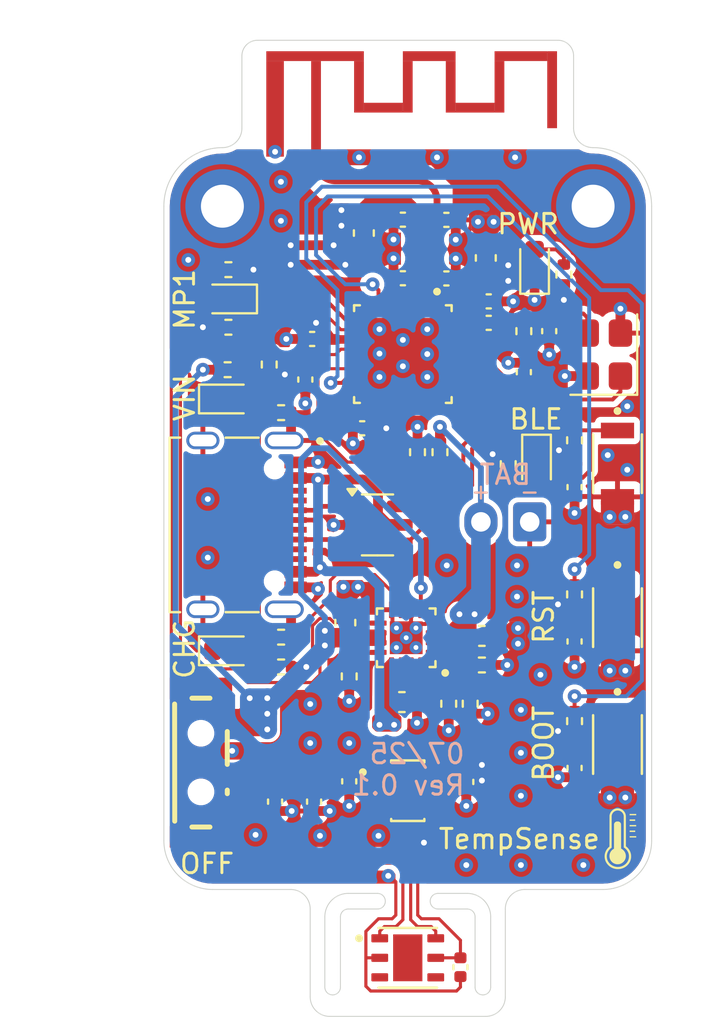
<source format=kicad_pcb>
(kicad_pcb (version 20241229) (generator "pcbnew") (generator_version "9.0")
  (layers (0 "F.Cu" signal) (4 "In1.Cu" signal) (6 "In2.Cu" signal) (2 "B.Cu" signal) (13 "F.Paste" user) (15 "B.Paste" user) (5 "F.SilkS" user "F.Silkscreen") (7 "B.SilkS" user "B.Silkscreen") (1 "F.Mask" user) (3 "B.Mask" user) (25 "Edge.Cuts" user))
  (net 0 "")
  (net 1 "GND")
  (net 2 "VBAT")
  (net 3 "+3V3")
  (net 4 "/XTAL_IN")
  (net 5 "/MCU_LNA_IN")
  (net 6 "+3V3_RF")
  (net 7 "/BATT_VOLTAGE_ADC")
  (net 8 "/SWITCH_BOOT")
  (net 9 "/SWITCH_RST")
  (net 10 "/SWITCH_BLE")
  (net 11 "VBUS")
  (net 12 "VSYS")
  (net 13 "VSYS_SW")
  (net 14 "/VSYS_FILT")
  (net 15 "/BQ_NCHG")
  (net 16 "/BQ_NPGOOD")
  (net 17 "/LED_MP1")
  (net 18 "/LED_BLE")
  (net 19 "/USB_CC2")
  (net 20 "/USB_D+")
  (net 21 "/USB_CC1")
  (net 24 "/USB_D-")
  (net 25 "/MCU_XTAL_P")
  (net 26 "/MCU_I2C_SCL")
  (net 27 "/MCU_I2C_SDA")
  (net 28 "/BQ_TS")
  (net 29 "/BQ_ILIM")
  (net 30 "/BQ_ISET")
  (net 31 "/BQ_ITERM")
  (net 39 "/MCU_D-")
  (net 48 "/MCU_D+")
  (net 54 "/CHG_LED_ANODE")
  (net 55 "/PWR_INPUT_LED_ANODE")
  (net 58 "/ANT_FEED_PORT")
  (net 59 "/MCU_XTAL_N")
  (net 60 "/PWR_LED_ANODE")
  (net 61 "/MP1_LED_ANODE")
  (net 62 "/BLE_LED_ANODE")
  (footprint "TempSense:HDC1080DMBR" (layer "F.Cu") (at 76 93.5)
    (property "Reference" "U2" (hide yes))
    (property "Value" "HDC1080DMBR")
  )
  (footprint "LED_SMD:LED_0603_1608Metric" (layer "F.Cu") (at 82.5 58 90)
    (property "Reference" "D1" (hide yes))
    (property "Value" "PWR_LED[G]")
  )
  (footprint "TempSense:AP2112K-3.3TRG1" (layer "F.Cu") (at 76 84.94)
    (property "Reference" "U4" (hide yes))
    (property "Value" "AP2112K-3.3TRG1")
  )
  (footprint "Capacitor_SMD:C_0402_1005Metric" (layer "F.Cu") (at 77.98 55.7)
    (property "Reference" "C8" (hide yes))
    (property "Value" "3p3")
  )
  (footprint "Capacitor_SMD:C_0402_1005Metric" (layer "F.Cu") (at 79 84.49 -90)
    (property "Reference" "C24" (hide yes))
    (property "Value" "1u")
  )
  (footprint "TempSense:SW_B3U-1000P" (layer "F.Cu") (at 86.75 68.19 -90)
    (property "Reference" "SW4" (hide yes))
    (property "Value" "B3U-1000P")
  )
  (footprint "Capacitor_SMD:C_0402_1005Metric" (layer "F.Cu") (at 69.2 85.5 -90)
    (property "Reference" "C21" (hide yes))
    (property "Value" "100n")
  )
  (footprint "Inductor_SMD:L_0402_1005Metric" (layer "F.Cu") (at 77.5 57.2 -90)
    (property "Reference" "L1" (hide yes))
    (property "Value" "2n2")
  )
  (footprint "Capacitor_SMD:C_0402_1005Metric" (layer "F.Cu") (at 80.15 60.975)
    (property "Reference" "C4" (hide yes))
    (property "Value" "100n")
  )
  (footprint "Resistor_SMD:R_0402_1005Metric" (layer "F.Cu") (at 66.8075 58.25 180)
    (property "Reference" "R9" (hide yes))
    (property "Value" "10k")
  )
  (footprint "Capacitor_SMD:C_0402_1005Metric" (layer "F.Cu") (at 84.55 77.295 -90)
    (property "Reference" "C16" (hide yes))
    (property "Value" "100n")
  )
  (footprint "Resistor_SMD:R_0402_1005Metric" (layer "F.Cu") (at 69.51 65.575 180)
    (property "Reference" "R11" (hide yes))
    (property "Value" "5k1")
  )
  (footprint "Capacitor_SMD:C_0402_1005Metric" (layer "F.Cu") (at 80.15 59.875)
    (property "Reference" "C5" (hide yes))
    (property "Value" "100n")
  )
  (footprint "Capacitor_SMD:C_0603_1608Metric" (layer "F.Cu") (at 73.75 56.375 -90)
    (property "Reference" "C12" (hide yes))
    (property "Value" "10u")
  )
  (footprint "Resistor_SMD:R_0402_1005Metric" (layer "F.Cu") (at 69.51 77.075 180)
    (property "Reference" "R12" (hide yes))
    (property "Value" "5k1")
  )
  (footprint "LED_SMD:LED_0603_1608Metric" (layer "F.Cu") (at 66.7875 64.875)
    (property "Reference" "D3" (hide yes))
    (property "Value" "PWR_INPUT_LED[G]")
  )
  (footprint "LOGO" (layer "F.Cu") (at 86.903547 87.241556)
    (property "Reference" "G***" (hide yes))
    (property "Value" "LOGO" (hide yes))
  )
  (footprint "Resistor_SMD:R_0402_1005Metric" (layer "F.Cu") (at 66.8075 61.2)
    (property "Reference" "R3" (hide yes))
    (property "Value" "4k7")
  )
  (footprint "Capacitor_SMD:C_0402_1005Metric" (layer "F.Cu") (at 73.665 66.375 180)
    (property "Reference" "C3" (hide yes))
    (property "Value" "100n")
  )
  (footprint "Capacitor_SMD:C_0402_1005Metric" (layer "F.Cu") (at 71.1 61.8 180)
    (property "Reference" "C2" (hide yes))
    (property "Value" "100n")
  )
  (footprint "TempSense:SW_B3U-1000P" (layer "F.Cu") (at 86.75 76.075 -90)
    (property "Reference" "SW3" (hide yes))
    (property "Value" "B3U-1000P")
  )
  (footprint "Capacitor_SMD:C_0402_1005Metric" (layer "F.Cu") (at 70.75 63.88 -90)
    (property "Reference" "C14" (hide yes))
    (property "Value" "100n")
  )
  (footprint "Resistor_SMD:R_0402_1005Metric" (layer "F.Cu") (at 78.1 80.485 90)
    (property "Reference" "R16" (hide yes))
    (property "Value" "3k")
  )
  (footprint "TempSense:SW_B3U-1000P" (layer "F.Cu") (at 86.75 82.575 -90)
    (property "Reference" "SW2" (hide yes))
    (property "Value" "B3U-1000P")
  )
  (footprint "MountingHole:MountingHole_2.2mm_M2_DIN965_Pad" (layer "F.Cu") (at 85.5 55)
    (property "Reference" "H2" (hide yes))
    (property "Value" "MountingHole_Pad")
  )
  (footprint "Resistor_SMD:R_0402_1005Metric" (layer "F.Cu") (at 69.51 78.6 180)
    (property "Reference" "R17" (hide yes))
    (property "Value" "220R")
  )
  (footprint "Resistor_SMD:R_0402_1005Metric" (layer "F.Cu") (at 84.55 74.885 90)
    (property "Reference" "R7" (hide yes))
    (property "Value" "10k")
  )
  (footprint "Resistor_SMD:R_0402_1005Metric" (layer "F.Cu") (at 76.5 67.6 90)
    (property "Reference" "R5" (hide yes))
    (property "Value" "220k")
  )
  (footprint "Package_TO_SOT_SMD:SOT-23-6" (layer "F.Cu") (at 74.45 71.325)
    (property "Reference" "U5" (hide yes))
    (property "Value" "USBLC6-2SC6")
  )
  (footprint "Resistor_SMD:R_0402_1005Metric" (layer "F.Cu") (at 73 79.085 90)
    (property "Reference" "R14" (hide yes))
    (property "Value" "1k1")
  )
  (footprint "TempSense:SW-SMD_G-SWITCH_MK-12C02-G015" (layer "F.Cu") (at 65.7561 83.5 -90)
    (property "Reference" "SW1" (hide yes))
    (property "Value" "MK-12C02-G015")
  )
  (footprint "Capacitor_SMD:C_0402_1005Metric" (layer "F.Cu") (at 75.75 58.69 180)
    (property "Reference" "C10" (hide yes))
    (property "Value" "100n")
  )
  (footprint "Capacitor_SMD:C_0402_1005Metric" (layer "F.Cu") (at 84.55 83.775 -90)
    (property "Reference" "C15" (hide yes))
    (property "Value" "100n")
  )
  (footprint "Resistor_SMD:R_0402_1005Metric" (layer "F.Cu") (at 79.2 80.485 90)
    (property "Reference" "R15" (hide yes))
    (property "Value" "1k8")
  )
  (footprint "LED_SMD:LED_0603_1608Metric" (layer "F.Cu") (at 82.6 68.19 -90)
    (property "Reference" "D5" (hide yes))
    (property "Value" "BLE[B]")
  )
  (footprint "Inductor_SMD:L_0402_1005Metric" (layer "F.Cu") (at 70.2 84)
    (property "Reference" "L3" (hide yes))
    (property "Value" "2u2")
  )
  (footprint "Resistor_SMD:R_0402_1005Metric" (layer "F.Cu") (at 84 58.5 -90)
    (property "Reference" "R19" (hide yes))
    (property "Value" "220R")
  )
  (footprint "MountingHole:MountingHole_2.2mm_M2_DIN965_Pad" (layer "F.Cu") (at 66.5 55)
    (property "Reference" "H1" (hide yes))
    (property "Value" "MountingHole_Pad")
  )
  (footprint "Capacitor_SMD:C_0603_1608Metric" (layer "F.Cu") (at 79.8 77.01)
    (property "Reference" "C19" (hide yes))
    (property "Value" "4u7")
  )
  (footprint "Capacitor_SMD:C_0402_1005Metric" (layer "F.Cu") (at 77.98 58.7)
    (property "Reference" "C9" (hide yes))
    (property "Value" "3p3")
  )
  (footprint "LED_SMD:LED_0603_1608Metric" (layer "F.Cu") (at 66.7875 59.75 180)
    (property "Reference" "D4" (hide yes))
    (property "Value" "MP1[O]")
  )
  (footprint "Resistor_SMD:R_0402_1005Metric" (layer "F.Cu") (at 79.8 78.5)
    (property "Reference" "R13" (hide yes))
    (property "Value" "10k")
  )
  (footprint "Resistor_SMD:R_0402_1005Metric" (layer "F.Cu") (at 77.65 67.6 -90)
    (property "Reference" "R4" (hide yes))
    (property "Value" "100k")
  )
  (footprint "Capacitor_SMD:C_0603_1608Metric" (layer "F.Cu") (at 75.7 80.4)
    (property "Reference" "C18" (hide yes))
    (property "Value" "4u7")
  )
  (footprint "Capacitor_SMD:C_0402_1005Metric" (layer "F.Cu") (at 81.95 63.5 90)
    (property "Reference" "C6" (hide yes))
    (property "Value" "20p")
  )
  (footprint "Resistor_SMD:R_0402_1005Metric" (layer "F.Cu") (at 66.7675 63.375)
    (property "Reference" "R18" (hide yes))
    (property "Value" "220R")
  )
  (footprint "TempSense:BQ24074RGTR" (layer "F.Cu") (at 75.92 77.105 180)
    (property "Reference" "U3" (hide yes))
    (property "Value" "BQ24074RGTR")
  )
  (footprint "Resistor_SMD:R_0402_1005Metric" (layer "F.Cu") (at 81.15 68.215 -90)
    (property "Reference" "R10" (hide yes))
    (property "Value" "10k")
  )
  (footprint "Capacitor_SMD:C_0603_1608Metric" (layer "F.Cu") (at 72.8 76.33 90)
    (property "Reference" "C20" (hide yes))
    (property "Value" "4u7")
  )
  (footprint "Resistor_SMD:R_0402_1005Metric" (layer "F.Cu") (at 84.55 66.99 90)
    (property "Reference" "R8" (hide yes))
    (property "Value" "10k")
  )
  (footprint "TempSense:HRO_TYPE-C-31-M-12" (layer "F.Cu") (at 65.5 71.325 -90)
    (property "Reference" "J1" (hide yes))
    (property "Value" "TYPE-C-31-M-12")
  )
  (footprint "Inductor_SMD:L_0402_1005Metric" (layer "F.Cu") (at 76.23 57.19 90)
    (property "Reference" "L2" (hide yes))
    (property "Value" "2n2")
  )
  (footprint "Resistor_SMD:R_0402_1005Metric" (layer "F.Cu") (at 81.95 61.4 90)
    (property "Reference" "R1" (hide yes))
    (property "Value" "22R")
  )
  (footprint "Capacitor_SMD:C_0402_1005Metric" (layer "F.Cu") (at 73 84.46 -90)
    (property "Reference" "C23" (hide yes))
    (property "Value" "1u")
  )
  (footprint "LED_SMD:LED_0603_1608Metric" (layer "F.Cu") (at 66.7875 77.775)
    (property "Reference" "D2" (hide yes))
    (property "Value" "CHG_LED[R]")
  )
  (footprint "Resistor_SMD:R_0402_1005Metric" (layer "F.Cu") (at 84.55 81.375 90)
    (property "Reference" "R6" (hide yes))
    (property "Value" "10k")
  )
  (footprint "Resistor_SMD:R_0402_1005Metric" (layer "F.Cu") (at 68.9 63.11 90)
    (property "Reference" "R2" (hide yes))
    (property "Value" "4k7")
  )
  (footprint "Capacitor_SMD:C_0402_1005Metric" (layer "F.Cu") (at 71.2 85.5 -90)
    (property "Reference" "C22" (hide yes))
    (property "Value" "100n")
  )
  (footprint "Crystal:Crystal_SMD_3225-4Pin_3.2x2.5mm" (layer "F.Cu") (at 86.05 62.6 90)
    (property "Reference" "Y1" (hide yes))
    (property "Value" "XTAL")
  )
  (footprint "Capacitor_SMD:C_0402_1005Metric" (layer "F.Cu") (at 84.55 69.39 -90)
    (property "Reference" "C17" (hide yes))
    (property "Value" "100n")
  )
  (footprint "Capacitor_SMD:C_0402_1005Metric" (layer "F.Cu") (at 75.75 55.69 180)
    (property "Reference" "C11" (hide yes))
    (property "Value" "100n")
  )
  (footprint "TempSense:Inverted_F_Meandered_Antenna_2.45GHz" (layer "F.Cu") (at 68.75 52.4625)
    (property "Reference" "ANT1" (hide yes))
    (property "Value" "Inverted F antenna 2.45GHz 50ohm")
  )
  (footprint "Capacitor_SMD:C_0603_1608Metric" (layer "F.Cu") (at 80 57.65 90)
    (property "Reference" "C1" (hide yes))
    (property "Value" "10u")
  )
  (footprint "Capacitor_SMD:C_0402_1005Metric" (layer "F.Cu") (at 83.25 61.4 -90)
    (property "Reference" "C7" (hide yes))
    (property "Value" "20p")
  )
  (footprint "Capacitor_SMD:C_0402_1005Metric" (layer "F.Cu") (at 78.7 93.98 -90)
    (property "Reference" "C13" (hide yes))
    (property "Value" "100n")
  )
  (footprint "TempSense:ESP32-C3FH4" (layer "F.Cu") (at 75.75 62.575 -90)
    (property "Reference" "U1" (hide yes))
    (property "Value" "ESP32-C3FH4")
  )
  (footprint "Connector_JST:JST_XH_S2B-XH-A_1x02_P2.50mm_Horizontal" (layer "B.Cu") (at 82.25 71.17 180)
    (property "Reference" "BAT")
    (property "Value" "3.7V LiPo 2.035Wh")
  )
  (gr_arc (start 79.05 90.2) (mid 79.898528 90.551472) (end 80.25 91.4) (stroke (width 0.05)) (layer "Edge.Cuts"))
  (gr_arc (start 72 96.5) (mid 71.292893 96.207107) (end 71 95.5) (stroke (width 0.05)) (layer "Edge.Cuts"))
  (gr_arc (start 77.55 91) (mid 77.15 90.6) (end 77.55 90.2) (stroke (width 0.05)) (layer "Edge.Cuts"))
  (gr_line (start 71.75 95) (end 71.75 91.4) (stroke (width 0.05)) (layer "Edge.Cuts"))
  (gr_line (start 88.5 55) (end 88.5 87.5) (stroke (width 0.05)) (layer "Edge.Cuts"))
  (gr_line (start 72.95 90.2) (end 74.45 90.2) (stroke (width 0.05)) (layer "Edge.Cuts"))
  (gr_line (start 81 95.5) (end 81 91) (stroke (width 0.05)) (layer "Edge.Cuts"))
  (gr_arc (start 81 95.5) (mid 80.707107 96.207107) (end 80 96.5) (stroke (width 0.05)) (layer "Edge.Cuts"))
  (gr_arc (start 85.5 52) (mid 87.62132 52.87868) (end 88.5 55) (stroke (width 0.05)) (layer "Edge.Cuts"))
  (gr_line (start 79.05 90.2) (end 77.55 90.2) (stroke (width 0.05)) (layer "Edge.Cuts"))
  (gr_line (start 80.25 95) (end 80.25 91.4) (stroke (width 0.05)) (layer "Edge.Cuts"))
  (gr_line (start 84.5 47.3) (end 84.5 51) (stroke (width 0.05)) (layer "Edge.Cuts"))
  (gr_arc (start 67.5 47.3) (mid 67.734315 46.734315) (end 68.3 46.5) (stroke (width 0.05)) (layer "Edge.Cuts"))
  (gr_arc (start 85.5 52) (mid 84.792893 51.707107) (end 84.5 51) (stroke (width 0.05)) (layer "Edge.Cuts"))
  (gr_line (start 77.55 91) (end 79.05 91) (stroke (width 0.05)) (layer "Edge.Cuts"))
  (gr_arc (start 74.45 90.2) (mid 74.85 90.6) (end 74.45 91) (stroke (width 0.05)) (layer "Edge.Cuts"))
  (gr_line (start 63.5 87.5) (end 63.5 55) (stroke (width 0.05)) (layer "Edge.Cuts"))
  (gr_line (start 67.5 47.3) (end 67.5 51) (stroke (width 0.05)) (layer "Edge.Cuts"))
  (gr_arc (start 88.5 87.5) (mid 87.767767 89.267767) (end 86 90) (stroke (width 0.05)) (layer "Edge.Cuts"))
  (gr_arc (start 71.75 91.4) (mid 72.101472 90.551472) (end 72.95 90.2) (stroke (width 0.05)) (layer "Edge.Cuts"))
  (gr_arc (start 66 90) (mid 64.232233 89.267767) (end 63.5 87.5) (stroke (width 0.05)) (layer "Edge.Cuts"))
  (gr_line (start 83.7 46.5) (end 68.3 46.5) (stroke (width 0.05)) (layer "Edge.Cuts"))
  (gr_line (start 74.45 91) (end 72.95 91) (stroke (width 0.05)) (layer "Edge.Cuts"))
  (gr_line (start 86 90) (end 82 90) (stroke (width 0.05)) (layer "Edge.Cuts"))
  (gr_arc (start 80.25 95) (mid 79.85 95.4) (end 79.45 95) (stroke (width 0.05)) (layer "Edge.Cuts"))
  (gr_arc (start 70 90) (mid 70.707107 90.292893) (end 71 91) (stroke (width 0.05)) (layer "Edge.Cuts"))
  (gr_line (start 70 90) (end 66 90) (stroke (width 0.05)) (layer "Edge.Cuts"))
  (gr_arc (start 63.5 55) (mid 64.37868 52.87868) (end 66.5 52) (stroke (width 0.05)) (layer "Edge.Cuts"))
  (gr_arc (start 79.05 91) (mid 79.332843 91.117157) (end 79.45 91.4) (stroke (width 0.05)) (layer "Edge.Cuts"))
  (gr_line (start 80 96.5) (end 72 96.5) (stroke (width 0.05)) (layer "Edge.Cuts"))
  (gr_arc (start 72.55 95) (mid 72.15 95.4) (end 71.75 95) (stroke (width 0.05)) (layer "Edge.Cuts"))
  (gr_arc (start 67.5 51) (mid 67.207107 51.707107) (end 66.5 52) (stroke (width 0.05)) (layer "Edge.Cuts"))
  (gr_line (start 79.45 91.4) (end 79.45 95) (stroke (width 0.05)) (layer "Edge.Cuts"))
  (gr_line (start 72.55 91.4) (end 72.55 95) (stroke (width 0.05)) (layer "Edge.Cuts"))
  (gr_arc (start 81 91) (mid 81.292893 90.292893) (end 82 90) (stroke (width 0.05)) (layer "Edge.Cuts"))
  (gr_arc (start 83.7 46.5) (mid 84.265685 46.734315) (end 84.5 47.3) (stroke (width 0.05)) (layer "Edge.Cuts"))
  (gr_arc (start 72.55 91.4) (mid 72.667157 91.117157) (end 72.95 91) (stroke (width 0.05)) (layer "Edge.Cuts"))
  (gr_line (start 71 95.5) (end 71 91) (stroke (width 0.05)) (layer "Edge.Cuts"))
  (gr_text "BOOT" (at 83.55 84.55 90) (layer "F.SilkS") (effects (font (size 1 1)) (justify left bottom)))
  (gr_text "TempSense" (at 77.5 88 0) (layer "F.SilkS") (effects (font (size 1 1)) (justify left bottom)))
  (gr_text "CHG" (at 65.15 79.3 90) (layer "F.SilkS") (effects (font (size 1 1)) (justify left bottom)))
  (gr_text "MP1" (at 65.15 61.422619 90) (layer "F.SilkS") (effects (font (size 1 1)) (justify left bottom)))
  (gr_text "RST" (at 83.55 77.5 90) (layer "F.SilkS") (effects (font (size 1 1)) (justify left bottom)))
  (gr_text "BLE" (at 81.117857 66.5 0) (layer "F.SilkS") (effects (font (size 1 1)) (justify left bottom)))
  (gr_text "OFF" (at 64.232234 89.267767 0) (layer "F.SilkS") (effects (font (size 1 1)) (justify left bottom)))
  (gr_text "PWR\n" (at 80.5 56.5 0) (layer "F.SilkS") (effects (font (size 1 1)) (justify left bottom)))
  (gr_text "VIN" (at 65.15 66.1 90) (layer "F.SilkS") (effects (font (size 1 1)) (justify left bottom)))
  (gr_text "07/25\nRev 0.1" (at 79.005953 85.25 0) (layer "B.SilkS") (effects (font (size 1 1)) (justify left bottom mirror)))
  (segment (start 78.46 57.685) (end 78.46 58.7) (width 0.5) (layer "F.Cu") (net 1))
  (segment (start 70.02 76) (end 69.67 75.65) (width 0.5) (layer "F.Cu") (net 1))
  (segment (start 76.906542 76.401) (end 76.624 76.401) (width 0.2) (layer "F.Cu") (net 1))
  (segment (start 72 85.98) (end 71.2 85.98) (width 0.5) (layer "F.Cu") (net 1))
  (segment (start 76.17 75.67) (end 76.17 76.355) (width 0.2) (layer "F.Cu") (net 1))
  (segment (start 84.55 77.775) (end 84.55 78.6) (width 0.5) (layer "F.Cu") (net 1))
  (segment (start 73.854 94.954) (end 73.854 93.5) (width 0.16) (layer "F.Cu") (net 1))
  (segment (start 76.475 81.465) (end 76.475 80.4) (width 0.5) (layer "F.Cu") (net 1))
  (segment (start 73 79.595) (end 73 80.35) (width 0.5) (layer "F.Cu") (net 1))
  (segment (start 83.7 84.25) (end 84.545 84.25) (width 0.5) (layer "F.Cu") (net 1))
  (segment (start 70.25 74.525) (end 71.325 74.525) (width 0.5) (layer "F.Cu") (net 1))
  (segment (start 75.389 89.605872) (end 75.389 91.311) (width 0.16) (layer "F.Cu") (net 1))
  (segment (start 75.216 75.716) (end 75.216 76.301) (width 0.2) (layer "F.Cu") (net 1))
  (segment (start 76.5 66.3) (end 76.5 67.09) (width 0.5) (layer "F.Cu") (net 1))
  (segment (start 84.545 84.25) (end 84.55 84.255) (width 0.5) (layer "F.Cu") (net 1))
  (segment (start 77.355 76.355) (end 76.952542 76.355) (width 0.2) (layer "F.Cu") (net 1))
  (segment (start 74.1 95.2) (end 73.854 94.954) (width 0.16) (layer "F.Cu") (net 1))
  (segment (start 73.75 57.15) (end 75.27 57.15) (width 0.5) (layer "F.Cu") (net 1))
  (segment (start 81.15 63.02) (end 81.95 63.02) (width 0.5) (layer "F.Cu") (net 1))
  (segment (start 74.815 84.94) (end 73 84.94) (width 0.5) (layer "F.Cu") (net 1))
  (segment (start 80.31 78.5) (end 81.1 78.5) (width 0.5) (layer "F.Cu") (net 1))
  (segment (start 78.1 80.995) (end 78.1 81.85) (width 0.5) (layer "F.Cu") (net 1))
  (segment (start 78.7 95) (end 78.5 95.2) (width 0.16) (layer "F.Cu") (net 1))
  (segment (start 78.5 95.2) (end 74.1 95.2) (width 0.16) (layer "F.Cu") (net 1))
  (segment (start 70.75 65.1) (end 70.75 64.36) (width 0.5) (layer "F.Cu") (net 1))
  (segment (start 82.5 58.7875) (end 82.5 59.8) (width 0.5) (layer "F.Cu") (net 1))
  (segment (start 71.4 68.1) (end 70.275 68.1) (width 0.5) (layer "F.Cu") (net 1))
  (segment (start 73.185 67.15) (end 73.185 66.375) (width 0.5) (layer "F.Cu") (net 1))
  (segment (start 75.2 91.5) (end 74.5 91.5) (width 0.16) (layer "F.Cu") (net 1))
  (segment (start 76.624 76.401) (end 76.42 76.605) (width 0.2) (layer "F.Cu") (net 1))
  (segment (start 79.2 80.995) (end 80.1 80.995) (width 0.5) (layer "F.Cu") (net 1))
  (segment (start 84.05 63.7) (end 85.2 63.7) (width 0.5) (layer "F.Cu") (net 1))
  (segment (start 75.27 56.705) (end 75.27 57.15) (width 0.5) (layer "F.Cu") (net 1))
  (segment (start 72.2 71.325) (end 73.3125 71.325) (width 0.5) (layer "F.Cu") (net 1))
  (segment (start 70.02 65.575) (end 70.02 66.65) (width 0.5) (layer "F.Cu") (net 1))
  (segment (start 69.775 61.8) (end 70.62 61.8) (width 0.5) (layer "F.Cu") (net 1))
  (segment (start 78.7 94.46) (end 78.7 95) (width 0.16) (layer "F.Cu") (net 1))
  (segment (start 71.325 74.525) (end 71.4 74.6) (width 0.5) (layer "F.Cu") (net 1))
  (segment (start 86.9 61.5) (end 86.9 60.25) (width 0.5) (layer "F.Cu") (net 1))
  (segment (start 75 89.3) (end 75.083128 89.3) (width 0.16) (layer "F.Cu") (net 1))
  (segment (start 74.5 91.5) (end 73.854 92.146) (width 0.16) (layer "F.Cu") (net 1))
  (segment (start 80.63 60.975) (end 80.63 59.875) (width 0.5) (layer "F.Cu") (net 1))
  (segment (start 84.55 69.87) (end 84.55 70.715) (width 0.5) (layer "F.Cu") (net 1))
  (segment (start 79 84.97) (end 79 85.72) (width 0.5) (layer "F.Cu") (net 1))
  (segment (start 83.25 62.6) (end 83.25 61.88) (width 0.5) (layer "F.Cu") (net 1))
  (segment (start 75.17 75.67) (end 75.216 75.716) (width 0.2) (layer "F.Cu") (net 1))
  (segment (start 70.275 68.1) (end 70.25 68.125) (width 0.5) (layer "F.Cu") (net 1))
  (segment (start 75.27 56.705) (end 75.27 55.69) (width 0.5) (layer "F.Cu") (net 1))
  (segment (start 70.02 66.65) (end 69.67 67) (width 0.5) (layer "F.Cu") (net 1))
  (segment (start 75.216 76.301) (end 75.52 76.605) (width 0.2) (layer "F.Cu") (net 1))
  (segment (start 75.27 57.15) (end 75.27 57.675) (width 0.5) (layer "F.Cu") (net 1))
  (segment (start 70.05 85.98) (end 69.2 85.98) (width 0.5) (layer "F.Cu") (net 1))
  (segment (start 78.46 56.715) (end 78.46 55.7) (width 0.5) (layer "F.Cu") (net 1))
  (segment (start 75.083128 89.3) (end 75.389 89.605872) (width 0.16) (layer "F.Cu") (net 1))
  (segment (start 78.46 56.715) (end 78.46 57.685) (width 0.5) (layer "F.Cu") (net 1))
  (segment (start 76.17 76.355) (end 76.42 76.605) (width 0.2) (layer "F.Cu") (net 1))
  (segment (start 73.854 93.5) (end 74.565 93.5) (width 0.16) (layer "F.Cu") (net 1))
  (segment (start 76.952542 76.355) (end 76.906542 76.401) (width 0.2) (layer "F.Cu") (net 1))
  (segment (start 75.389 91.311) (end 75.2 91.5) (width 0.16) (layer "F.Cu") (net 1))
  (segment (start 81.4 59.875) (end 80.63 59.875) (width 0.5) (layer "F.Cu") (net 1))
  (segment (start 75.27 57.675) (end 75.27 58.69) (width 0.5) (layer "F.Cu") (net 1))
  (segment (start 70.02 77.075) (end 70.02 76) (width 0.5) (layer "F.Cu") (net 1))
  (segment (start 73.854 92.146) (end 73.854 93.5) (width 0.16) (layer "F.Cu") (net 1))
  (segment (start 73 85.72) (end 73 84.94) (width 0.5) (layer "F.Cu") (net 1))
  (via (at 81.1 78.5) (size 0.7) (drill 0.3) (layers "F.Cu" "B.Cu") (net 1))
  (via (at 83.7 84.25) (size 0.7) (drill 0.3) (layers "F.Cu" "B.Cu") (net 1))
  (via (at 81.65 77.41) (size 0.7) (drill 0.3) (layers "F.Cu" "B.Cu") (net 1))
  (via (at 85 88.75) (size 0.7) (drill 0.3) (layers "F.Cu" "B.Cu") (net 1))
  (via (at 81.8 88.75) (size 0.7) (drill 0.3) (layers "F.Cu" "B.Cu") (net 1))
  (via (at 65.75 73) (size 0.7) (drill 0.3) (layers "F.Cu" "B.Cu") (net 1))
  (via (at 73 82.5) (size 0.7) (drill 0.3) (layers "F.Cu" "B.Cu") (net 1))
  (via (at 71.5 87.25) (size 0.7) (drill 0.3) (layers "F.Cu" "B.Cu") (net 1))
  (via (at 79.6 55.8) (size 0.7) (drill 0.3) (layers "F.Cu" "B.Cu") (net 1))
  (via (at 74.55 63.75) (size 0.7) (drill 0.3) (layers "F.Cu" "B.Cu") (net 1))
  (via (at 81.65 76.61) (size 0.7) (drill 0.3) (layers "F.Cu" "B.Cu") (net 1))
  (via (at 78 73.4) (size 0.7) (drill 0.3) (layers "F.Cu" "B.Cu") (net 1))
  (via (at 64.75 57.75) (size 0.7) (drill 0.3) (layers "F.Cu" "B.Cu") (net 1))
  (via (at 75.27 56.705) (size 0.7) (drill 0.3) (layers "F.Cu" "B.Cu") (net 1))
  (via (at 70.05 85.98) (size 0.7) (drill 0.3) (layers "F.Cu" "B.Cu") (net 1))
  (via (at 70.75 65.1) (size 0.7) (drill 0.3) (layers "F.Cu" "B.Cu") (net 1))
  (via (at 77 62.575) (size 0.7) (drill 0.3) (layers "F.Cu" "B.Cu") (net 1))
  (via (at 73.5 52.5) (size 0.7) (drill 0.3) (layers "F.Cu" "B.Cu") (net 1))
  (via (at 84.55 70.715) (size 0.7) (drill 0.3) (layers "F.Cu" "B.Cu") (net 1))
  (via (at 78.46 56.715) (size 0.7) (drill 0.3) (layers "F.Cu" "B.Cu") (net 1))
  (via (at 69.5 53.75) (size 0.7) (drill 0.3) (layers "F.Cu" "B.Cu") (net 1))
  (via (at 76.475 81.465) (size 0.7) (drill 0.3) (layers "F.Cu" "B.Cu") (net 1))
  (via (at 76.5 66.3) (size 0.7) (drill 0.3) (layers "F.Cu" "B.Cu") (net 1))
  (via (at 82.5 59.8) (size 0.7) (drill 0.3) (layers "F.Cu" "B.Cu") (net 1))
  (via (at 69.5 55.75) (size 0.7) (drill 0.3) (layers "F.Cu" "B.Cu") (net 1))
  (via (at 81.8 80.8) (size 0.7) (drill 0.3) (layers "F.Cu" "B.Cu") (net 1))
  (via (at 73 85.72) (size 0.7) (drill 0.3) (layers "F.Cu" "B.Cu") (net 1))
  (via (at 69.2 52.2125) (size 0.7) (drill 0.3) (layers "F.Cu" "B.Cu") (net 1))
  (via (at 75.75 63.2) (size 0.7) (drill 0.3) (layers "F.Cu" "B.Cu") (net 1))
  (via (at 81.4 59.875) (size 0.7) (drill 0.3) (layers "F.Cu" "B.Cu") (net 1))
  (via (at 77 61.3) (size 0.7) (drill 0.3) (layers "F.Cu" "B.Cu") (net 1))
  (via (at 78.1 81.85) (size 0.7) (drill 0.3) (layers "F.Cu" "B.Cu") (net 1))
  (via (at 71 82.5) (size 0.7) (drill 0.3) (layers "F.Cu" "B.Cu") (net 1))
  (via (at 81.15 63.02) (size 0.7) (drill 0.3) (layers "F.Cu" "B.Cu") (net 1))
  (via (at 77.5 52.5) (size 0.7) (drill 0.3) (layers "F.Cu" "B.Cu") (net 1))
  (via (at 86.35 78.79) (size 0.7) (drill 0.3) (layers "F.Cu" "B.Cu") (net 1))
  (via (at 87.15 85.29) (size 0.7) (drill 0.3) (layers "F.Cu" "B.Cu") (net 1))
  (via (at 73 80.35) (size 0.7) (drill 0.3) (layers "F.Cu" "B.Cu") (net 1))
  (via (at 86.9 60.25) (size 0.7) (drill 0.3) (layers "F.Cu" "B.Cu") (net 1))
  (via (at 71.4 74.6) (size 0.7) (drill 0.3) (layers "F.Cu" "B.Cu") (net 1))
  (via (at 86.25 67.75) (size 0.7) (drill 0.3) (layers "F.Cu" "B.Cu") (net 1))
  (via (at 72.7 74.5) (size 0.7) (drill 0.3) (layers "F.Cu" "B.Cu") (net 1))
  (via (at 73.45 74.5) (size 0.7) (drill 0.3) (layers "F.Cu" "B.Cu") (net 1))
  (via (at 80.1 80.995) (size 0.7) (drill 0.3) (layers "F.Cu" "B.Cu") (net 1))
  (via (at 72.2 71.325) (size 0.7) (drill 0.3) (layers "F.Cu" "B.Cu") (net 1))
  (via (at 79 88.75) (size 0.7) (drill 0.3) (layers "F.Cu" "B.Cu") (net 1))
  (via (at 67 82.9) (size 0.7) (drill 0.3) (layers "F.Cu" "B.Cu") (net 1))
  (via (at 78.46 57.685) (size 0.7) (drill 0.3) (layers "F.Cu" "B.Cu") (net 1))
  (via (at 87.25 65.25) (size 0.7) (drill 0.3) (layers "F.Cu" "B.Cu") (net 1))
  (via (at 65.75 70) (size 0.7) (drill 0.3) (layers "F.Cu" "B.Cu") (net 1))
  (via (at 72 85.98) (size 0.7) (drill 0.3) (layers "F.Cu" "B.Cu") (net 1))
  (via (at 74.55 62.55) (size 0.7) (drill 0.3) (layers "F.Cu" "B.Cu") (net 1))
  (via (at 86.35 85.29) (size 0.7) (drill 0.3) (layers "F.Cu" "B.Cu") (net 1))
  (via (at 81.5 52.5) (size 0.7) (drill 0.3) (layers "F.Cu" "B.Cu") (net 1))
  (via (at 74.5 87.25) (size 0.7) (drill 0.3) (layers "F.Cu" "B.Cu") (net 1))
  (via (at 87.25 68.5) (size 0.7) (drill 0.3) (layers "F.Cu" "B.Cu") (net 1))
  (via (at 71 80.5) (size 0.7) (drill 0.3) (layers "F.Cu" "B.Cu") (net 1))
  (via (at 80.4 55.8) (size 0.7) (drill 0.3) (layers "F.Cu" "B.Cu") (net 1))
  (via (at 79 85.72) (size 0.7) (drill 0.3) (layers "F.Cu" "B.Cu") (net 1))
  (via (at 74.55 61.3) (size 0.7) (drill 0.3) (layers "F.Cu" "B.Cu") (net 1))
  (via (at 86.35 70.915) (size 0.7) (drill 0.3) (layers "F.Cu" "B.Cu") (net 1))
  (via (at 82.8 79) (size 0.7) (drill 0.3) (layers "F.Cu" "B.Cu") (net 1))
  (via (at 71.4 68.1) (size 0.7) (drill 0.3) (layers "F.Cu" "B.Cu") (net 1))
  (via (at 84.55 78.6) (size 0.7) (drill 0.3) (layers "F.Cu" "B.Cu") (net 1))
  (via (at 87.15 70.915) (size 0.7) (drill 0.3) (layers "F.Cu" "B.Cu") (net 1))
  (via (at 75.27 57.675) (size 0.7) (drill 0.3) (layers "F.Cu" "B.Cu") (net 1))
  (via (at 83.25 62.6) (size 0.7) (drill 0.3) (layers "F.Cu" "B.Cu") (net 1))
  (via (at 77 63.75) (size 0.7) (drill 0.3) (layers "F.Cu" "B.Cu") (net 1))
  (via (at 69.775 61.8) (size 0.7) (drill 0.3) (layers "F.Cu" "B.Cu") (net 1))
  (via (at 84.05 63.7) (size 0.7) (drill 0.3) (layers "F.Cu" "B.Cu") (net 1))
  (via (at 75 89.3) (size 0.7) (drill 0.3) (layers "F.Cu" "B.Cu") (net 1))
  (via (at 75.75 61.85) (size 0.7) (drill 0.3) (layers "F.Cu" "B.Cu") (net 1))
  (via (at 81.6 73.4) (size 0.7) (drill 0.3) (layers "F.Cu" "B.Cu") (net 1))
  (via (at 81.8 83) (size 0.7) (drill 0.3) (layers "F.Cu" "B.Cu") (net 1))
  (via (at 73.185 67.15) (size 0.7) (drill 0.3) (layers "F.Cu" "B.Cu") (net 1))
  (via (at 81.8 85.2) (size 0.7) (drill 0.3) (layers "F.Cu" "B.Cu") (net 1))
  (via (at 87.15 78.79) (size 0.7) (drill 0.3) (layers "F.Cu" "B.Cu") (net 1))
  (via (at 68.2 87.2) (size 0.7) (drill 0.3) (layers "F.Cu" "B.Cu") (net 1))
  (via (at 81.6 75) (size 0.7) (drill 0.3) (layers "F.Cu" "B.Cu") (net 1))
  (segment (start 77.65 66.3) (end 77.65 67.09) (width 0.5) (layer "F.Cu") (net 2))
  (via (at 78.65 75.9) (size 0.7) (drill 0.3) (layers "F.Cu" "B.Cu") (net 2))
  (via (at 77.65 66.3) (size 0.7) (drill 0.3) (layers "F.Cu" "B.Cu") (net 2))
  (via (at 79.425 75.9) (size 0.7) (drill 0.3) (layers "F.Cu" "B.Cu") (net 2))
  (segment (start 79.75 75.575) (end 79.425 75.9) (width 1) (layer "B.Cu") (net 2))
  (segment (start 79.75 74.8) (end 79.75 75.575) (width 1) (layer "B.Cu") (net 2))
  (segment (start 79.75 68.4) (end 79.75 71.17) (width 0.3) (layer "B.Cu") (net 2))
  (segment (start 77.65 66.3) (end 79.75 68.4) (width 0.3) (layer "B.Cu") (net 2))
  (segment (start 79.75 71.17) (end 79.75 74.8) (width 1) (layer "B.Cu") (net 2))
  (segment (start 78.65 75.9) (end 79.425 75.9) (width 1) (layer "B.Cu") (net 2))
  (segment (start 78.65 75.9) (end 79.75 74.8) (width 1) (layer "B.Cu") (net 2))
  (segment (start 83.7 75.395) (end 84.55 75.395) (width 0.5) (layer "F.Cu") (net 3))
  (segment (start 80.35 67.7) (end 81.2 67.7) (width 0.5) (layer "F.Cu") (net 3))
  (segment (start 76 54.75) (end 74 54.75) (width 0.5) (layer "F.Cu") (net 3))
  (segment (start 73.75 55) (end 73.75 55.6) (width 0.5) (layer "F.Cu") (net 3))
  (segment (start 76.511 91.311) (end 76.7 91.5) (width 0.16) (layer "F.Cu") (net 3))
  (segment (start 65.5 61.2) (end 66.24 61.2) (width 0.5) (layer "F.Cu") (net 3))
  (segment (start 70 58) (end 72.8 58) (width 0.5) (layer "F.Cu") (net 3))
  (segment (start 76.83 87.6) (end 76.511 87.919) (width 0.16) (layer "F.Cu") (net 3))
  (segment (start 74 54.75) (end 73.75 55) (width 0.5) (layer "F.Cu") (net 3))
  (segment (start 78.7 93.5) (end 77.435 93.5) (width 0.16) (layer "F.Cu") (net 3))
  (segment (start 70 57) (end 72.2 57) (width 0.5) (layer "F.Cu") (net 3))
  (segment (start 67.3175 58.25) (end 68.09 58.25) (width 0.5) (layer "F.Cu") (net 3))
  (segment (start 76.23 54.98) (end 76 54.75) (width 0.5) (layer "F.Cu") (net 3))
  (segment (start 76.7 91.5) (end 77.6 91.5) (width 0.16) (layer "F.Cu") (net 3))
  (segment (start 83.75 67.5) (end 84.55 67.5) (width 0.5) (layer "F.Cu") (net 3))
  (segment (start 76.23 55.69) (end 76.23 54.98) (width 0.5) (layer "F.Cu") (net 3))
  (segment (start 84 59.01) (end 84 59.8) (width 0.5) (layer "F.Cu") (net 3))
  (segment (start 83.7 81.885) (end 84.55 81.885) (width 0.5) (layer "F.Cu") (net 3))
  (segment (start 76.23 55.69) (end 76.23 56.705) (width 0.5) (layer "F.Cu") (net 3))
  (segment (start 76.511 87.919) (end 76.511 91.311) (width 0.16) (layer "F.Cu") (net 3))
  (segment (start 69.7 63.62) (end 68.9 63.62) (width 0.5) (layer "F.Cu") (net 3))
  (segment (start 78.7 92.6) (end 78.7 93.5) (width 0.16) (layer "F.Cu") (net 3))
  (segment (start 77.6 91.5) (end 78.7 92.6) (width 0.16) (layer "F.Cu") (net 3))
  (via (at 83.7 81.885) (size 0.7) (drill 0.3) (layers "F.Cu" "B.Cu") (net 3))
  (via (at 71.3 60.974) (size 0.7) (drill 0.3) (layers "F.Cu" "B.Cu") (net 3))
  (via (at 80.35 67.7) (size 0.7) (drill 0.3) (layers "F.Cu" "B.Cu") (net 3))
  (via (at 83.75 67.5) (size 0.7) (drill 0.3) (layers "F.Cu" "B.Cu") (net 3))
  (via (at 72.8 58) (size 0.7) (drill 0.3) (layers "F.Cu" "B.Cu") (net 3))
  (via (at 83.7 75.395) (size 0.7) (drill 0.3) (layers "F.Cu" "B.Cu") (net 3))
  (via (at 72.6 56) (size 0.7) (drill 0.3) (layers "F.Cu" "B.Cu") (net 3))
  (via (at 74.9 66.375) (size 0.7) (drill 0.3) (layers "F.Cu" "B.Cu") (net 3))
  (via (at 70 57) (size 0.7) (drill 0.3) (layers "F.Cu" "B.Cu") (net 3))
  (via (at 72.2 57) (size 0.7) (drill 0.3) (layers "F.Cu" "B.Cu") (net 3))
  (via (at 84 59.8) (size 0.7) (drill 0.3) (layers "F.Cu" "B.Cu") (net 3))
  (via (at 69.7 63.62) (size 0.7) (drill 0.3) (layers "F.Cu" "B.Cu") (net 3))
  (via (at 70 58) (size 0.7) (drill 0.3) (layers "F.Cu" "B.Cu") (net 3))
  (via (at 81.15 58.025) (size 0.7) (drill 0.3) (layers "F.Cu" "B.Cu") (net 3))
  (via (at 68.09 58.25) (size 0.7) (drill 0.3) (layers "F.Cu" "B.Cu") (net 3))
  (via (at 81.15 58.825) (size 0.7) (drill 0.3) (layers "F.Cu" "B.Cu") (net 3))
  (via (at 76.83 87.6) (size 0.7) (drill 0.3) (layers "F.Cu" "B.Cu") (net 3))
  (via (at 65.5 61.2) (size 0.7) (drill 0.3) (layers "F.Cu" "B.Cu") (net 3))
  (via (at 79.8 83.62) (size 0.7) (drill 0.3) (layers "F.Cu" "B.Cu") (net 3))
  (via (at 79.8 84.42) (size 0.7) (drill 0.3) (layers "F.Cu" "B.Cu") (net 3))
  (via (at 72.6 55.2) (size 0.7) (drill 0.3) (layers "F.Cu" "B.Cu") (net 3))
  (segment (start 85 60.5) (end 85.2 60.7) (width 0.2) (layer "F.Cu") (net 4))
  (segment (start 81.95 60.89) (end 83.22 60.89) (width 0.2) (layer "F.Cu") (net 4))
  (segment (start 83.22 60.89) (end 83.25 60.92) (width 0.2) (layer "F.Cu") (net 4))
  (segment (start 83.25 60.92) (end 83.78 60.92) (width 0.2) (layer "F.Cu") (net 4))
  (segment (start 83.78 60.92) (end 84.2 60.5) (width 0.2) (layer "F.Cu") (net 4))
  (segment (start 85.2 60.7) (end 85.2 61.5) (width 0.2) (layer "F.Cu") (net 4))
  (segment (start 84.2 60.5) (end 85 60.5) (width 0.2) (layer "F.Cu") (net 4))
  (segment (start 77.5 60.13) (end 77.5 58.7) (width 0.3) (layer "F.Cu") (net 5))
  (segment (start 77.5 58.7) (end 77.5 57.685) (width 0.3) (layer "F.Cu") (net 5))
  (segment (start 73.305 63.325) (end 70.975 63.325) (width 0.16) (layer "F.Cu") (net 7))
  (segment (start 76.5 68.11) (end 72.91 68.11) (width 0.16) (layer "F.Cu") (net 7))
  (segment (start 71.4 66.6) (end 71.4 63.325) (width 0.16) (layer "F.Cu") (net 7))
  (segment (start 77.65 68.11) (end 76.5 68.11) (width 0.2) (layer "F.Cu") (net 7))
  (segment (start 70.975 63.325) (end 70.9 63.4) (width 0.16) (layer "F.Cu") (net 7))
  (segment (start 72.91 68.11) (end 71.4 66.6) (width 0.16) (layer "F.Cu") (net 7))
  (segment (start 72.05 64.05) (end 72.633158 64.05) (width 0.2) (layer "F.Cu") (net 8))
  (segment (start 72.633158 64.05) (end 72.794158 63.889) (width 0.2) (layer "F.Cu") (net 8))
  (segment (start 84.55 80.865) (end 84.55 80.1) (width 0.2) (layer "F.Cu") (net 8))
  (segment (start 72.794158 63.889) (end 73.241 63.889) (width 0.2) (layer "F.Cu") (net 8))
  (segment (start 84.56 80.875) (end 84.55 80.865) (width 0.2) (layer "F.Cu") (net 8))
  (segment (start 86.75 80.875) (end 85.181 80.875) (width 0.2) (layer "F.Cu") (net 8))
  (segment (start 85.35 80.875) (end 84.56 80.875) (width 0.2) (layer "F.Cu") (net 8))
  (segment (start 85.35 82.9475) (end 85.35 80.875) (width 0.2) (layer "F.Cu") (net 8))
  (segment (start 85.0025 83.295) (end 85.35 82.9475) (width 0.2) (layer "F.Cu") (net 8))
  (segment (start 84.55 83.295) (end 85.0025 83.295) (width 0.2) (layer "F.Cu") (net 8))
  (segment (start 73.241 63.889) (end 73.305 63.825) (width 0.2) (layer "F.Cu") (net 8))
  (via (at 72.05 64.05) (size 0.7) (drill 0.3) (layers "F.Cu" "B.Cu") (net 8))
  (via (at 84.55 80.1) (size 0.7) (drill 0.3) (layers "F.Cu" "B.Cu") (net 8))
  (segment (start 84.55 80.1) (end 87.2 80.1) (width 0.2) (layer "B.Cu") (net 8))
  (segment (start 70.8 57.7) (end 72.4 59.3) (width 0.2) (layer "B.Cu") (net 8))
  (segment (start 88 60) (end 87.3 59.3) (width 0.2) (layer "B.Cu") (net 8))
  (segment (start 87.2 80.1) (end 88 79.3) (width 0.2) (layer "B.Cu") (net 8))
  (segment (start 80.6 54) (end 71.6 54) (width 0.2) (layer "B.Cu") (net 8))
  (segment (start 71.6 54) (end 70.8 54.8) (width 0.2) (layer "B.Cu") (net 8))
  (segment (start 72.4 59.3) (end 72.4 63.685) (width 0.2) (layer "B.Cu") (net 8))
  (segment (start 70.8 54.8) (end 70.8 57.7) (width 0.2) (layer "B.Cu") (net 8))
  (segment (start 72.4 63.685) (end 72.4 63.7) (width 0.2) (layer "B.Cu") (net 8))
  (segment (start 72.4 63.7) (end 72.05 64.05) (width 0.2) (layer "B.Cu") (net 8))
  (segment (start 88 79.3) (end 88 60) (width 0.2) (layer "B.Cu") (net 8))
  (segment (start 87.3 59.3) (end 85.9 59.3) (width 0.2) (layer "B.Cu") (net 8))
  (segment (start 85.9 59.3) (end 80.6 54) (width 0.2) (layer "B.Cu") (net 8))
  (segment (start 85.35 76.45) (end 85.35 74.425) (width 0.2) (layer "F.Cu") (net 9))
  (segment (start 74.2 59) (end 74.5 59.3) (width 0.2) (layer "F.Cu") (net 9))
  (segment (start 85.35 74.425) (end 85.4 74.375) (width 0.2) (layer "F.Cu") (net 9))
  (segment (start 84.55 76.815) (end 84.985 76.815) (width 0.2) (layer "F.Cu") (net 9))
  (segment (start 84.985 76.815) (end 85.35 76.45) (width 0.2) (layer "F.Cu") (net 9))
  (segment (start 84.55 74.375) (end 84.55 73.6) (width 0.2) (layer "F.Cu") (net 9))
  (segment (start 84.55 74.375) (end 85.4 74.375) (width 0.2) (layer "F.Cu") (net 9))
  (segment (start 85.4 74.375) (end 86.75 74.375) (width 0.2) (layer "F.Cu") (net 9))
  (segment (start 74.5 59.3) (end 74.5 60.13) (width 0.2) (layer "F.Cu") (net 9))
  (via (at 84.55 73.6) (size 0.7) (drill 0.3) (layers "F.Cu" "B.Cu") (net 9))
  (via (at 74.2 59) (size 0.7) (drill 0.3) (layers "F.Cu" "B.Cu") (net 9))
  (segment (start 85.3 72.85) (end 84.55 73.6) (width 0.2) (layer "B.Cu") (net 9))
  (segment (start 71.9 54.5) (end 80.1 54.5) (width 0.2) (layer "B.Cu") (net 9))
  (segment (start 74.2 59) (end 72.8 59) (width 0.2) (layer "B.Cu") (net 9))
  (segment (start 85.3 59.7) (end 85.3 72.85) (width 0.2) (layer "B.Cu") (net 9))
  (segment (start 80.1 54.5) (end 85.3 59.7) (width 0.2) (layer "B.Cu") (net 9))
  (segment (start 72.8 59) (end 71.3 57.5) (width 0.2) (layer "B.Cu") (net 9))
  (segment (start 71.3 55.1) (end 71.9 54.5) (width 0.2) (layer "B.Cu") (net 9))
  (segment (start 71.3 57.5) (end 71.3 55.1) (width 0.2) (layer "B.Cu") (net 9))
  (segment (start 84.55 66.48) (end 85.3 66.48) (width 0.2) (layer "F.Cu") (net 10))
  (segment (start 84.55 68.91) (end 84.965 68.91) (width 0.2) (layer "F.Cu") (net 10))
  (segment (start 83.95 65.3) (end 84.55 65.9) (width 0.16) (layer "F.Cu") (net 10))
  (segment (start 79.275 62.825) (end 81.75 65.3) (width 0.16) (layer "F.Cu") (net 10))
  (segment (start 85.35 66.53) (end 85.3 66.48) (width 0.2) (layer "F.Cu") (net 10))
  (segment (start 81.75 65.3) (end 83.95 65.3) (width 0.16) (layer "F.Cu") (net 10))
  (segment (start 85.35 68.525) (end 85.35 66.53) (width 0.2) (layer "F.Cu") (net 10))
  (segment (start 84.55 65.9) (end 84.55 66.48) (width 0.16) (layer "F.Cu") (net 10))
  (segment (start 84.965 68.91) (end 85.35 68.525) (width 0.2) (layer "F.Cu") (net 10))
  (segment (start 85.3 66.48) (end 86.74 66.48) (width 0.2) (layer "F.Cu") (net 10))
  (segment (start 78.195 62.825) (end 79.275 62.825) (width 0.16) (layer "F.Cu") (net 10))
  (segment (start 86.74 66.48) (end 86.75 66.49) (width 0.2) (layer "F.Cu") (net 10))
  (segment (start 73.7 69) (end 74.474 69.774) (width 0.5) (layer "F.Cu") (net 11))
  (segment (start 75.0209 71.325) (end 75.5875 71.325) (width 0.5) (layer "F.Cu") (net 11))
  (segment (start 71.4 69) (end 71.325 68.925) (width 0.5) (layer "F.Cu") (net 11))
  (segment (start 74.474 69.774) (end 74.474 70.7781) (width 0.5) (layer "F.Cu") (net 11))
  (segment (start 71.4 69) (end 73.7 69) (width 0.5) (layer "F.Cu") (net 11))
  (segment (start 71.275 73.725) (end 70.25 73.725) (width 0.5) (layer "F.Cu") (net 11))
  (segment (start 74.474 70.7781) (end 75.0209 71.325) (width 0.5) (layer "F.Cu") (net 11))
  (segment (start 70.275 73.7) (end 70.25 73.725) (width 0.5) (layer "F.Cu") (net 11))
  (segment (start 71.5 73.5) (end 71.275 73.725) (width 0.5) (layer "F.Cu") (net 11))
  (segment (start 71.325 68.925) (end 70.25 68.925) (width 0.5) (layer "F.Cu") (net 11))
  (via (at 71.5 73.5) (size 0.7) (drill 0.3) (layers "F.Cu" "B.Cu") (net 11))
  (via (at 74.55 81.565) (size 0.7) (drill 0.3) (layers "F.Cu" "B.Cu") (net 11))
  (via (at 71.4 69) (size 0.7) (drill 0.3) (layers "F.Cu" "B.Cu") (net 11))
  (via (at 75.3 81.565) (size 0.7) (drill 0.3) (layers "F.Cu" "B.Cu") (net 11))
  (segment (start 74.55 74.467214) (end 74.55 80.8) (width 0.5) (layer "B.Cu") (net 11))
  (segment (start 74.55 80.8) (end 74.55 81.565) (width 0.5) (layer "B.Cu") (net 11))
  (segment (start 74.55 81.565) (end 75.3 81.565) (width 0.5) (layer "B.Cu") (net 11))
  (segment (start 71.5 73.6) (end 71.7 73.6) (width 0.5) (layer "B.Cu") (net 11))
  (segment (start 71.8 73.7) (end 73.782786 73.7) (width 0.5) (layer "B.Cu") (net 11))
  (segment (start 71.4 69) (end 71.4 73.5) (width 0.5) (layer "B.Cu") (net 11))
  (segment (start 75.3 81.565) (end 75.3 81.55) (width 0.5) (layer "B.Cu") (net 11))
  (segment (start 71.7 73.6) (end 71.8 73.7) (width 0.5) (layer "B.Cu") (net 11))
  (segment (start 75.3 81.55) (end 74.55 80.8) (width 0.5) (layer "B.Cu") (net 11))
  (segment (start 71.4 73.5) (end 71.5 73.6) (width 0.5) (layer "B.Cu") (net 11))
  (segment (start 73.782786 73.7) (end 74.55 74.467214) (width 0.5) (layer "B.Cu") (net 11))
  (segment (start 70.8 78.6) (end 70.02 78.6) (width 0.5) (layer "F.Cu") (net 12))
  (segment (start 76.67 74.555) (end 76.675 74.55) (width 0.2) (layer "F.Cu") (net 12))
  (segment (start 65.5 63.375) (end 66.2575 63.375) (width 0.5) (layer "F.Cu") (net 12))
  (segment (start 76.67 75.67) (end 76.67 74.555) (width 0.2) (layer "F.Cu") (net 12))
  (via (at 76.675 74.55) (size 0.7) (drill 0.3) (layers "F.Cu" "B.Cu") (net 12))
  (via (at 71.75 77.5) (size 0.7) (drill 0.3) (layers "F.Cu" "B.Cu") (net 12))
  (via (at 67.9 80.2) (size 0.7) (drill 0.3) (layers "F.Cu" "B.Cu") (net 12))
  (via (at 68.8 81.8) (size 0.7) (drill 0.3) (layers "F.Cu" "B.Cu") (net 12))
  (via (at 68.8 81) (size 0.7) (drill 0.3) (layers "F.Cu" "B.Cu") (net 12))
  (via (at 70.8 78.6) (size 0.7) (drill 0.3) (layers "F.Cu" "B.Cu") (net 12))
  (via (at 71.75 76.75) (size 0.7) (drill 0.3) (layers "F.Cu" "B.Cu") (net 12))
  (via (at 65.5 63.375) (size 0.7) (drill 0.3) (layers "F.Cu" "B.Cu") (net 12))
  (via (at 68.8 80.2) (size 0.7) (drill 0.3) (layers "F.Cu" "B.Cu") (net 12))
  (segment (start 69.2 80.2) (end 70.8 78.6) (width 1) (layer "B.Cu") (net 12))
  (segment (start 68.8 81) (end 68.8 80.6) (width 1) (layer "B.Cu") (net 12))
  (segment (start 71.108636 67.4) (end 70.531074 67.977562) (width 0.3) (layer "B.Cu") (net 12))
  (segment (start 67.9 80.2) (end 68.8 80.2) (width 1) (layer "B.Cu") (net 12))
  (segment (start 64.1 76.4) (end 67.9 80.2) (width 0.3) (layer "B.Cu") (net 12))
  (segment (start 68.8 80.6) (end 69.2 80.2) (width 1) (layer "B.Cu") (net 12))
  (segment (start 64.1 64.775) (end 64.1 76.4) (width 0.3) (layer "B.Cu") (net 12))
  (segment (start 71.75 77.5) (end 71.75 77.65) (width 1) (layer "B.Cu") (net 12))
  (segment (start 65.5 63.375) (end 64.1 64.775) (width 0.3) (layer "B.Cu") (net 12))
  (segment (start 71.75 76.047215) (end 71.75 76.75) (width 0.3) (layer "B.Cu") (net 12))
  (segment (start 71.75 76.75) (end 71.75 77.5) (width 1) (layer "B.Cu") (net 12))
  (segment (start 76.675 72.175) (end 71.9 67.4) (width 0.3) (layer "B.Cu") (net 12))
  (segment (start 70.531074 74.828289) (end 71.75 76.047215) (width 0.3) (layer "B.Cu") (net 12))
  (segment (start 68.8 80.2) (end 68.8 81) (width 1) (layer "B.Cu") (net 12))
  (segment (start 71.75 77.65) (end 70.8 78.6) (width 1) (layer "B.Cu") (net 12))
  (segment (start 70.531074 67.977562) (end 70.531074 74.828289) (width 0.3) (layer "B.Cu") (net 12))
  (segment (start 68.8 81.8) (end 68.8 80.2) (width 1) (layer "B.Cu") (net 12))
  (segment (start 68.8 80.2) (end 69.2 80.2) (width 1) (layer "B.Cu") (net 12))
  (segment (start 67.9 80.2) (end 67.9 80.9) (width 1) (layer "B.Cu") (net 12))
  (segment (start 76.675 74.55) (end 76.675 72.175) (width 0.3) (layer "B.Cu") (net 12))
  (segment (start 71.9 67.4) (end 71.108636 67.4) (width 0.3) (layer "B.Cu") (net 12))
  (segment (start 67.9 80.9) (end 68.8 81.8) (width 1) (layer "B.Cu") (net 12))
  (segment (start 75.655 85.89) (end 76 85.545) (width 0.3) (layer "F.Cu") (net 14))
  (segment (start 76 84.32) (end 75.67 83.99) (width 0.3) (layer "F.Cu") (net 14))
  (segment (start 74.815 85.89) (end 75.655 85.89) (width 0.3) (layer "F.Cu") (net 14))
  (segment (start 76 85.545) (end 76 84.32) (width 0.3) (layer "F.Cu") (net 14))
  (segment (start 75.67 83.99) (end 74.815 83.99) (width 0.3) (layer "F.Cu") (net 14))
  (segment (start 71.1 79.4) (end 67.8 79.4) (width 0.16) (layer "F.Cu") (net 15))
  (segment (start 67.1 78.7) (end 66.3 78.7) (width 0.16) (layer "F.Cu") (net 15))
  (segment (start 71.5 79) (end 71.1 79.4) (width 0.16) (layer "F.Cu") (net 15))
  (segment (start 72.011369 76.119) (end 71.488631 76.119) (width 0.16) (layer "F.Cu") (net 15))
  (segment (start 66.3 78.7) (end 66 78.4) (width 0.16) (layer "F.Cu") (net 15))
  (segment (start 66 78.4) (end 66 77.775) (width 0.16) (layer "F.Cu") (net 15))
  (segment (start 72.217369 76.325) (end 72.011369 76.119) (width 0.16) (layer "F.Cu") (net 15))
  (segment (start 71.119 76.488631) (end 71.119 77.819) (width 0.16) (layer "F.Cu") (net 15))
  (segment (start 74.455 76.325) (end 72.217369 76.325) (width 0.16) (layer "F.Cu") (net 15))
  (segment (start 71.5 78.2) (end 71.5 79) (width 0.16) (layer "F.Cu") (net 15))
  (segment (start 71.488631 76.119) (end 71.119 76.488631) (width 0.16) (layer "F.Cu") (net 15))
  (segment (start 67.8 79.4) (end 67.1 78.7) (width 0.16) (layer "F.Cu") (net 15))
  (segment (start 71.119 77.819) (end 71.5 78.2) (width 0.16) (layer "F.Cu") (net 15))
  (segment (start 74.485 76.355) (end 74.455 76.325) (width 0.16) (layer "F.Cu") (net 15))
  (segment (start 75.67 75.67) (end 75.67 75.230744) (width 0.16) (layer "F.Cu") (net 16))
  (segment (start 71.342 75.758) (end 71.339099 75.758) (width 0.16) (layer "F.Cu") (net 16))
  (segment (start 74.308256 73.869) (end 72.331 73.869) (width 0.16) (layer "F.Cu") (net 16))
  (segment (start 67.2 66.8) (end 66 65.6) (width 0.16) (layer "F.Cu") (net 16))
  (segment (start 68.787814 77.8) (end 67.2 76.212186) (width 0.16) (layer "F.Cu") (net 16))
  (segment (start 67.2 76.212186) (end 67.2 66.8) (width 0.16) (layer "F.Cu") (net 16))
  (segment (start 72.331 73.869) (end 72.031 74.169) (width 0.16) (layer "F.Cu") (net 16))
  (segment (start 72.031 74.169) (end 72.031 75.069) (width 0.16) (layer "F.Cu") (net 16))
  (segment (start 66 65.6) (end 66 64.875) (width 0.16) (layer "F.Cu") (net 16))
  (segment (start 70.758 77.442) (end 70.4 77.8) (width 0.16) (layer "F.Cu") (net 16))
  (segment (start 71.339099 75.758) (end 70.758 76.3391) (width 0.16) (layer "F.Cu") (net 16))
  (segment (start 75.67 75.230744) (end 74.308256 73.869) (width 0.16) (layer "F.Cu") (net 16))
  (segment (start 70.4 77.8) (end 68.787814 77.8) (width 0.16) (layer "F.Cu") (net 16))
  (segment (start 70.758 76.3391) (end 70.758 77.442) (width 0.16) (layer "F.Cu") (net 16))
  (segment (start 72.031 75.069) (end 71.342 75.758) (width 0.16) (layer "F.Cu") (net 16))
  (segment (start 67.575 59.75) (end 71.75 59.75) (width 0.2) (layer "F.Cu") (net 17))
  (segment (start 71.75 59.75) (end 72.825 60.825) (width 0.2) (layer "F.Cu") (net 17))
  (segment (start 72.825 60.825) (end 73.305 60.825) (width 0.2) (layer "F.Cu") (net 17))
  (segment (start 79.213815 63.325) (end 82.6 66.711185) (width 0.16) (layer "F.Cu") (net 18))
  (segment (start 82.6 66.711185) (end 82.6 67.4025) (width 0.16) (layer "F.Cu") (net 18))
  (segment (start 78.195 63.325) (end 79.213815 63.325) (width 0.16) (layer "F.Cu") (net 18))
  (segment (start 68.975 73.075) (end 68.389 73.661) (width 0.16) (layer "F.Cu") (net 19))
  (segment (start 70.25 73.075) (end 68.975 73.075) (width 0.16) (layer "F.Cu") (net 19))
  (segment (start 68.389 73.661) (end 68.389 76.839) (width 0.16) (layer "F.Cu") (net 19))
  (segment (start 68.625 77.075) (end 69 77.075) (width 0.16) (layer "F.Cu") (net 19))
  (segment (start 68.389 76.839) (end 68.625 77.075) (width 0.16) (layer "F.Cu") (net 19))
  (segment (start 71.45 72.075) (end 71.45 71.35) (width 0.24) (layer "F.Cu") (net 20))
  (segment (start 71.45 71.35) (end 71.175 71.075) (width 0.24) (layer "F.Cu") (net 20))
  (segment (start 71.975 72.075) (end 71.325 72.075) (width 0.24) (layer "F.Cu") (net 20))
  (segment (start 70.25 72.075) (end 71.325 72.075) (width 0.24) (layer "F.Cu") (net 20))
  (segment (start 73.3125 72.275) (end 72.175 72.275) (width 0.24) (layer "F.Cu") (net 20))
  (segment (start 71.175 71.075) (end 70.25 71.075) (width 0.24) (layer "F.Cu") (net 20))
  (segment (start 72.175 72.275) (end 71.975 72.075) (width 0.24) (layer "F.Cu") (net 20))
  (segment (start 68.389 65.811) (end 68.625 65.575) (width 0.16) (layer "F.Cu") (net 21))
  (segment (start 69.025 70.075) (end 68.389 69.439) (width 0.16) (layer "F.Cu") (net 21))
  (segment (start 68.625 65.575) (end 69 65.575) (width 0.16) (layer "F.Cu") (net 21))
  (segment (start 70.25 70.075) (end 69.025 70.075) (width 0.16) (layer "F.Cu") (net 21))
  (segment (start 68.389 69.439) (end 68.389 65.811) (width 0.16) (layer "F.Cu") (net 21))
  (segment (start 71.4 70.375) (end 73.3125 70.375) (width 0.24) (layer "F.Cu") (net 24))
  (segment (start 69.25 70.713) (end 69.25 71.437) (width 0.24) (layer "F.Cu") (net 24))
  (segment (start 70.25 70.575) (end 69.388 70.575) (width 0.24) (layer "F.Cu") (net 24))
  (segment (start 71.2 70.575) (end 71.4 70.375) (width 0.24) (layer "F.Cu") (net 24))
  (segment (start 69.25 71.437) (end 69.388 71.575) (width 0.24) (layer "F.Cu") (net 24))
  (segment (start 69.388 70.575) (end 69.25 70.713) (width 0.24) (layer "F.Cu") (net 24))
  (segment (start 69.388 71.575) (end 70.25 71.575) (width 0.24) (layer "F.Cu") (net 24))
  (segment (start 70.25 70.575) (end 71.2 70.575) (width 0.24) (layer "F.Cu") (net 24))
  (segment (start 81.865 61.825) (end 81.95 61.91) (width 0.2) (layer "F.Cu") (net 25))
  (segment (start 78.195 61.825) (end 81.865 61.825) (width 0.2) (layer "F.Cu") (net 25))
  (segment (start 65.7894 88.0352) (end 65.9542 88.2) (width 0.16) (layer "F.Cu") (net 26))
  (segment (start 65.9542 88.2) (end 75.65 88.2) (width 0.16) (layer "F.Cu") (net 26))
  (segment (start 72.575 62.325) (end 72.3 62.6) (width 0.16) (layer "F.Cu") (net 26))
  (segment (start 77.435 92.135) (end 77.435 92.5) (width 0.16) (layer "F.Cu") (net 26))
  (segment (start 64.5 81.7) (end 64.5 85.3) (width 0.16) (layer "F.Cu") (net 26))
  (segment (start 65.6 80.6) (end 64.5 81.7) (width 0.16) (layer "F.Cu") (net 26))
  (segment (start 76.5 91.9) (end 77.2 91.9) (width 0.16) (layer "F.Cu") (net 26))
  (segment (start 77.2 91.9) (end 77.435 92.135) (width 0.16) (layer "F.Cu") (net 26))
  (segment (start 73.305 62.325) (end 72.575 62.325) (width 0.16) (layer "F.Cu") (net 26))
  (segment (start 64.5 85.3) (end 65.7894 86.5894) (width 0.16) (layer "F.Cu") (net 26))
  (segment (start 75.65 88.2) (end 76.15 88.7) (width 0.16) (layer "F.Cu") (net 26))
  (segment (start 68.9 62.6) (end 65.1 62.6) (width 0.16) (layer "F.Cu") (net 26))
  (segment (start 64.35 63.35) (end 64.35 77.6) (width 0.16) (layer "F.Cu") (net 26))
  (segment (start 65.7894 86.5894) (end 65.7894 88.0352) (width 0.16) (layer "F.Cu") (net 26))
  (segment (start 76.15 88.7) (end 76.15 91.55) (width 0.16) (layer "F.Cu") (net 26))
  (segment (start 65.6 78.85) (end 65.6 80.6) (width 0.16) (layer "F.Cu") (net 26))
  (segment (start 72.3 62.6) (end 68.9 62.6) (width 0.16) (layer "F.Cu") (net 26))
  (segment (start 64.35 77.6) (end 65.6 78.85) (width 0.16) (layer "F.Cu") (net 26))
  (segment (start 65.1 62.6) (end 64.35 63.35) (width 0.16) (layer "F.Cu") (net 26))
  (segment (start 76.15 91.55) (end 76.5 91.9) (width 0.16) (layer "F.Cu") (net 26))
  (segment (start 75.725942 89.025942) (end 75.75 89.05) (width 0.16) (layer "F.Cu") (net 27))
  (segment (start 65.25 88.15) (end 65.75 88.65) (width 0.16) (layer "F.Cu") (net 27))
  (segment (start 65.0114 78.9614) (end 65.0114 80.3886) (width 0.16) (layer "F.Cu") (net 27))
  (segment (start 75.75 89.05) (end 75.75 91.55) (width 0.16) (layer "F.Cu") (net 27))
  (segment (start 74.565 92.137633) (end 74.565 92.5) (width 0.16) (layer "F.Cu") (net 27))
  (segment (start 65.25 86.825) (end 65.25 88.15) (width 0.16) (layer "F.Cu") (net 27))
  (segment (start 71.594 60.344) (end 69.856 60.344) (width 0.16) (layer "F.Cu") (net 27))
  (segment (start 74.802633 91.9) (end 74.565 92.137633) (width 0.16) (layer "F.Cu") (net 27))
  (segment (start 67 62) (end 64.8 62) (width 0.16) (layer "F.Cu") (net 27))
  (segment (start 69.856 60.344) (end 69 61.2) (width 0.16) (layer "F.Cu") (net 27))
  (segment (start 65.75 88.65) (end 75.35 88.65) (width 0.16) (layer "F.Cu") (net 27))
  (segment (start 75.725942 89.024528) (end 75.725942 89.025942) (width 0.16) (layer "F.Cu") (net 27))
  (segment (start 75.4 91.9) (end 74.802633 91.9) (width 0.16) (layer "F.Cu") (net 27))
  (segment (start 63.881 62.919) (end 63.881 77.831) (width 0.16) (layer "F.Cu") (net 27))
  (segment (start 64.8 62) (end 63.881 62.919) (width 0.16) (layer "F.Cu") (net 27))
  (segment (start 67.3175 61.6825) (end 67 62) (width 0.16) (layer "F.Cu") (net 27))
  (segment (start 75.385601 88.684187) (end 75.725942 89.024528) (width 0.16) (layer "F.Cu") (net 27))
  (segment (start 64 81.4) (end 64 85.575) (width 0.16) (layer "F.Cu") (net 27))
  (segment (start 63.881 77.831) (end 65.0114 78.9614) (width 0.16) (layer "F.Cu") (net 27))
  (segment (start 69 61.2) (end 67.3175 61.2) (width 0.16) (layer "F.Cu") (net 27))
  (segment (start 75.384187 88.684187) (end 75.385601 88.684187) (width 0.16) (layer "F.Cu") (net 27))
  (segment (start 65.0114 80.3886) (end 64 81.4) (width 0.16) (layer "F.Cu") (net 27))
  (segment (start 72.575 61.325) (end 71.594 60.344) (width 0.16) (layer "F.Cu") (net 27))
  (segment (start 75.75 91.55) (end 75.4 91.9) (width 0.16) (layer "F.Cu") (net 27))
  (segment (start 67.3175 61.2) (end 67.3175 61.6825) (width 0.16) (layer "F.Cu") (net 27))
  (segment (start 73.305 61.325) (end 72.575 61.325) (width 0.16) (layer "F.Cu") (net 27))
  (segment (start 75.35 88.65) (end 75.384187 88.684187) (width 0.16) (layer "F.Cu") (net 27))
  (segment (start 64 85.575) (end 65.25 86.825) (width 0.16) (layer "F.Cu") (net 27))
  (segment (start 78.8 78.5) (end 79.29 78.5) (width 0.16) (layer "F.Cu") (net 28))
  (segment (start 78.155 77.855) (end 78.8 78.5) (width 0.16) (layer "F.Cu") (net 28))
  (segment (start 77.355 77.855) (end 78.155 77.855) (width 0.16) (layer "F.Cu") (net 28))
  (segment (start 73.25 77.9) (end 73 78.15) (width 0.16) (layer "F.Cu") (net 29))
  (segment (start 73 78.15) (end 73 78.575) (width 0.16) (layer "F.Cu") (net 29))
  (segment (start 74.485 77.855) (end 74.44 77.9) (width 0.16) (layer "F.Cu") (net 29))
  (segment (start 74.44 77.9) (end 73.25 77.9) (width 0.16) (layer "F.Cu") (net 29))
  (segment (start 76.67 79.07) (end 76.839 79.239) (width 0.16) (layer "F.Cu") (net 30))
  (segment (start 76.67 78.54) (end 76.67 79.07) (width 0.16) (layer "F.Cu") (net 30))
  (segment (start 76.839 79.239) (end 78.889 79.239) (width 0.16) (layer "F.Cu") (net 30))
  (segment (start 79.2 79.55) (end 79.2 79.975) (width 0.16) (layer "F.Cu") (net 30))
  (segment (start 78.889 79.239) (end 79.2 79.55) (width 0.16) (layer "F.Cu") (net 30))
  (segment (start 76.17 78.54) (end 76.17 79.27) (width 0.16) (layer "F.Cu") (net 31))
  (segment (start 76.5 79.6) (end 77.05 79.6) (width 0.16) (layer "F.Cu") (net 31))
  (segment (start 76.17 79.27) (end 76.5 79.6) (width 0.16) (layer "F.Cu") (net 31))
  (segment (start 77.425 79.975) (end 78.1 79.975) (width 0.16) (layer "F.Cu") (net 31))
  (segment (start 77.05 79.6) (end 77.425 79.975) (width 0.16) (layer "F.Cu") (net 31))
  (segment (start 76.855543 71.1) (end 76.675 71.1) (width 0.2) (layer "F.Cu") (net 39))
  (segment (start 78.195 64.325) (end 78.465 64.325) (width 0.2) (layer "F.Cu") (net 39))
  (segment (start 79.225 64.727444) (end 79.225 66.856802) (width 0.2) (layer "F.Cu") (net 39))
  (segment (start 78.49 64.3) (end 78.797556 64.3) (width 0.2) (layer "F.Cu") (net 39))
  (segment (start 78.85 67.231802) (end 78.85 69.105543) (width 0.2) (layer "F.Cu") (net 39))
  (segment (start 78.85 69.105543) (end 76.855543 71.1) (width 0.2) (layer "F.Cu") (net 39))
  (segment (start 76.675 71.1) (end 75.95 70.375) (width 0.2) (layer "F.Cu") (net 39))
  (segment (start 78.797556 64.3) (end 79.225 64.727444) (width 0.2) (layer "F.Cu") (net 39))
  (segment (start 79.225 66.856802) (end 78.85 67.231802) (width 0.2) (layer "F.Cu") (net 39))
  (segment (start 78.465 64.325) (end 78.49 64.3) (width 0.2) (layer "F.Cu") (net 39))
  (segment (start 75.95 70.375) (end 75.5875 70.375) (width 0.2) (layer "F.Cu") (net 39))
  (segment (start 75.75 70.375) (end 75.3875 70.375) (width 0.2) (layer "F.Cu") (net 39))
  (segment (start 77.041939 71.55) (end 76.675 71.55) (width 0.2) (layer "F.Cu") (net 48))
  (segment (start 79.3 69.291939) (end 77.041939 71.55) (width 0.2) (layer "F.Cu") (net 48))
  (segment (start 78.465 63.825) (end 78.49 63.85) (width 0.2) (layer "F.Cu") (net 48))
  (segment (start 79.675 67.043198) (end 79.3 67.418198) (width 0.2) (layer "F.Cu") (net 48))
  (segment (start 78.195 63.825) (end 78.465 63.825) (width 0.2) (layer "F.Cu") (net 48))
  (segment (start 79.3 67.418198) (end 79.3 69.291939) (width 0.2) (layer "F.Cu") (net 48))
  (segment (start 76.675 71.55) (end 75.95 72.275) (width 0.2) (layer "F.Cu") (net 48))
  (segment (start 75.95 72.275) (end 75.5875 72.275) (width 0.2) (layer "F.Cu") (net 48))
  (segment (start 78.983952 63.85) (end 79.675 64.541048) (width 0.2) (layer "F.Cu") (net 48))
  (segment (start 75.75 72.275) (end 75.3875 72.275) (width 0.2) (layer "F.Cu") (net 48))
  (segment (start 78.49 63.85) (end 78.983952 63.85) (width 0.2) (layer "F.Cu") (net 48))
  (segment (start 79.675 64.541048) (end 79.675 67.043198) (width 0.2) (layer "F.Cu") (net 48))
  (segment (start 69 78.6) (end 67.75 78.6) (width 0.2) (layer "F.Cu") (net 54))
  (segment (start 67.75 78.6) (end 67.575 78.425) (width 0.2) (layer "F.Cu") (net 54))
  (segment (start 67.575 78.425) (end 67.575 77.775) (width 0.2) (layer "F.Cu") (net 54))
  (segment (start 67.575 64.175) (end 67.2775 63.8775) (width 0.2) (layer "F.Cu") (net 55))
  (segment (start 67.2775 63.8775) (end 67.2775 63.375) (width 0.2) (layer "F.Cu") (net 55))
  (segment (start 67.575 64.875) (end 67.575 64.175) (width 0.2) (layer "F.Cu") (net 55))
  (segment (start 71.3 52.7) (end 71.3 52.3145) (width 0.3493) (layer "F.Cu") (net 58))
  (segment (start 76.5 53.7) (end 72.3 53.7) (width 0.3493) (layer "F.Cu") (net 58))
  (segment (start 77.5 56.715) (end 77.5 55.7) (width 0.3) (layer "F.Cu") (net 58))
  (segment (start 77.5 55.7) (end 77.5 54.7) (width 0.3493) (layer "F.Cu") (net 58))
  (arc (start 76.5 53.7) (mid 77.207107 53.992893) (end 77.5 54.7) (width 0.3493) (layer "F.Cu") (net 58))
  (arc (start 72.3 53.7) (mid 71.592893 53.407107) (end 71.3 52.7) (width 0.3493) (layer "F.Cu") (net 58))
  (segment (start 86.9 63.7) (end 86.9 64.5) (width 0.2) (layer "F.Cu") (net 59))
  (segment (start 86.9 64.5) (end 86.5 64.9) (width 0.2) (layer "F.Cu") (net 59))
  (segment (start 79.525 62.325) (end 81.18 63.98) (width 0.2) (layer "F.Cu") (net 59))
  (segment (start 81.18 63.98) (end 81.95 63.98) (width 0.2) (layer "F.Cu") (net 59))
  (segment (start 82.4 64.9) (end 81.95 64.45) (width 0.2) (layer "F.Cu") (net 59))
  (segment (start 81.95 64.45) (end 81.95 63.98) (width 0.2) (layer "F.Cu") (net 59))
  (segment (start 78.195 62.325) (end 79.525 62.325) (width 0.2) (layer "F.Cu") (net 59))
  (segment (start 86.5 64.9) (end 82.4 64.9) (width 0.2) (layer "F.Cu") (net 59))
  (segment (start 83.6125 57.2125) (end 84 57.6) (width 0.2) (layer "F.Cu") (net 60))
  (segment (start 84 57.6) (end 84 57.99) (width 0.2) (layer "F.Cu") (net 60))
  (segment (start 82.5 57.2125) (end 83.6125 57.2125) (width 0.2) (layer "F.Cu") (net 60))
  (segment (start 66 59.075) (end 66 59.75) (width 0.2) (layer "F.Cu") (net 61))
  (segment (start 66.2975 58.25) (end 66.2975 58.7775) (width 0.2) (layer "F.Cu") (net 61))
  (segment (start 66.2975 58.7775) (end 66 59.075) (width 0.2) (layer "F.Cu") (net 61))
  (segment (start 81.325 68.9) (end 82.5225 68.9) (width 0.2) (layer "F.Cu") (net 62))
  (segment (start 82.5225 68.9) (end 82.6 68.9775) (width 0.2) (layer "F.Cu") (net 62))
  (segment (start 81.15 68.725) (end 81.325 68.9) (width 0.2) (layer "F.Cu") (net 62))
  (zone (net 2) (net_name "VBAT") (layer "F.Cu") (priority 2) (connect_pads yes (clearance 0.2)) (min_thickness 0.25) (fill yes (thermal_gap 0.5) (thermal_bridge_width 0.5))
    (polygon (pts (xy 79.775 76.1) (xy 79.525 76.3) (xy 79.525 77.425) (xy 79.421465 77.528535) (xy 76.925 77.503061) (xy 76.925 76.7) (xy 77.85 76.7) (xy 78.3 76.25) (xy 78.3 75.75) (xy 78.5 75.55) (xy 79.575 75.55) (xy 79.775 75.75)))
  )
  (zone (net 3) (net_name "+3V3") (layer "F.Cu") (priority 3) (connect_pads yes (clearance 0.2)) (min_thickness 0.25) (fill yes (thermal_gap 0.5) (thermal_bridge_width 0.5))
    (polygon (pts (xy 73.95 66.75) (xy 73.85 66.65) (xy 73.85 65.45) (xy 73.85 64.6235) (xy 74.15 64.6265) (xy 74.15 65.45) (xy 74.3 65.6) (xy 74.7 66) (xy 75.05 66) (xy 75.25 66.2) (xy 75.25 66.55) (xy 75.05 66.75)))
  )
  (zone (net 3) (net_name "+3V3") (layer "F.Cu") (priority 2) (connect_pads yes (clearance 0.2)) (min_thickness 0.25) (fill yes (thermal_gap 0.5) (thermal_bridge_width 0.5))
    (polygon (pts (xy 73 54.85) (xy 73.3 55.15) (xy 74.1 55.15) (xy 74.25 55.3) (xy 74.25 55.9) (xy 74.1 56.05) (xy 73.3 56.05) (xy 73 56.35) (xy 72.45 56.35) (xy 72.25 56.15) (xy 72.25 55.05) (xy 72.45 54.85)))
  )
  (zone (net 12) (net_name "VSYS") (layer "F.Cu") (priority 8) (connect_pads yes (clearance 0.2)) (min_thickness 0.15) (fill yes (thermal_gap 0.4) (thermal_bridge_width 0.25))
    (polygon (pts (xy 67.55 80.55) (xy 67.35 80.75) (xy 66.3 80.75) (xy 66.2 80.85) (xy 66.2 82.05) (xy 66.3 82.15) (xy 69 82.15) (xy 69.15 82) (xy 69.15 80) (xy 69 79.85) (xy 67.7 79.85) (xy 67.55 80)))
  )
  (zone (net 1) (net_name "GND") (layer "F.Cu") (priority 2) (connect_pads yes (clearance 0.2)) (min_thickness 0.25) (fill yes (thermal_gap 0.5) (thermal_bridge_width 0.5))
    (polygon (pts (xy 80.75 56.2) (xy 80.5 56.5) (xy 80.5 57.2) (xy 80.35 57.35) (xy 79.65 57.35) (xy 79.5 57.2) (xy 79.5 56.5) (xy 79.25 56.2) (xy 79.25 55.65) (xy 79.45 55.45) (xy 80.55 55.45) (xy 80.75 55.65)))
  )
  (zone (net 3) (net_name "+3V3") (layer "F.Cu") (name "GND_PLANE") (priority 5) (connect_pads yes (clearance 0.2)) (min_thickness 0.15) (fill yes (thermal_gap 0.4) (thermal_bridge_width 0.25))
    (polygon (pts (xy 76.5 84.32) (xy 79.2 84.32) (xy 79.65 84.77) (xy 80 84.77) (xy 80.15 84.62) (xy 80.15 83.42) (xy 80 83.27) (xy 79.6 83.27) (xy 79.25 83.67) (xy 76.5 83.67)))
  )
  (zone (net 14) (net_name "/VSYS_FILT") (layer "F.Cu") (priority 6) (connect_pads yes (clearance 0.2)) (min_thickness 0.15) (fill yes (thermal_gap 0.4) (thermal_bridge_width 0.25))
    (polygon (pts (xy 75.5 83.67) (xy 70.45 83.67) (xy 70.35 83.77) (xy 70.35 84.77) (xy 70.95 85.32) (xy 71.6 85.32) (xy 72.6 84.32) (xy 75.5 84.32)))
  )
  (zone (net 1) (net_name "GND") (layer "F.Cu") (name "GND_PLANE") (priority 1) (connect_pads (clearance 0.3)) (min_thickness 0.15) (fill yes (thermal_gap 0.4) (thermal_bridge_width 0.25))
    (polygon (pts (xy 63.5 52.0875) (xy 88.5 52.0875) (xy 88.5 90) (xy 63.5 90)))
  )
  (zone (net 1) (net_name "GND") (layer "F.Cu") (priority 4) (connect_pads yes (clearance 0.2)) (min_thickness 0.25) (fill yes (thermal_gap 0.5) (thermal_bridge_width 0.5))
    (polygon (pts (xy 87.6 77.975) (xy 85.9 77.975) (xy 85.9 78.875) (xy 86.2 79.175) (xy 87.3 79.175) (xy 87.6 78.875)))
  )
  (zone (net 11) (net_name "VBUS") (layer "F.Cu") (priority 2) (connect_pads yes (clearance 0.2)) (min_thickness 0.25) (fill yes (thermal_gap 0.5) (thermal_bridge_width 0.5))
    (polygon (pts (xy 74.175 81.165) (xy 74.475 80.865) (xy 74.5 78.715) (xy 74.9 78.315) (xy 75.1 78.115) (xy 75.400943 78.115) (xy 75.375 80.865) (xy 75.675 81.165) (xy 75.675 81.715) (xy 75.475 81.915) (xy 74.375 81.915) (xy 74.175 81.715)))
  )
  (zone (net 1) (net_name "GND") (layer "F.Cu") (priority 2) (connect_pads yes (clearance 0.2)) (min_thickness 0.25) (fill yes (thermal_gap 0.5) (thermal_bridge_width 0.5))
    (polygon (pts (xy 81.275 77.76) (xy 80.975 77.51) (xy 80.275 77.51) (xy 80.125 77.36) (xy 80.125 76.66) (xy 80.275 76.51) (xy 80.975 76.51) (xy 81.275 76.26) (xy 81.825 76.26) (xy 82.025 76.46) (xy 82.025 77.56) (xy 81.825 77.76)))
  )
  (zone (net 0) (net_name "") (layer "F.Cu") (name "GND_PLANE") (connect_pads (clearance 0)) (min_thickness 0.15)
    (keepout (tracks allowed) (vias allowed) (pads allowed) (copperpour not_allowed) (footprints allowed))
    (fill (thermal_gap 0.4) (thermal_bridge_width 0.25))
    (polygon (pts (xy 68.35 51.8) (xy 68.35 52.9) (xy 70.05 52.9) (xy 70.05 51.8)))
  )
  (zone (net 3) (net_name "+3V3") (layer "F.Cu") (priority 11) (connect_pads yes (clearance 0.2)) (min_thickness 0.25) (fill yes (thermal_gap 0.5) (thermal_bridge_width 0.5))
    (polygon (pts (xy 72.2 61.55) (xy 71.5 60.6) (xy 71.15 60.6) (xy 70.95 60.8) (xy 70.95 61.15) (xy 71.1 61.3) (xy 71.3 61.5) (xy 71.3 62.05) (xy 71.35 62.1) (xy 72.716667 62.1) (xy 73.8 62.1) (xy 73.8 61.55)))
  )
  (zone (net 13) (net_name "VSYS_SW") (layer "F.Cu") (priority 7) (connect_pads yes (clearance 0.2)) (min_thickness 0.15) (fill yes (thermal_gap 0.4) (thermal_bridge_width 0.25))
    (polygon (pts (xy 70.05 83.8) (xy 69.9 83.65) (xy 66.35 83.65) (xy 66.2 83.8) (xy 66.2 84.7) (xy 66.3 84.8) (xy 68.4 84.8) (xy 68.9 85.3) (xy 69.5 85.3) (xy 70.05 84.75)))
  )
  (zone (net 6) (net_name "+3V3_RF") (layer "F.Cu") (priority 9) (connect_pads yes (clearance 0.2)) (min_thickness 0.25) (fill yes (thermal_gap 0.5) (thermal_bridge_width 0.5))
    (polygon (pts (xy 75.9 59.25) (xy 76.3 59.65) (xy 76.3 60.573) (xy 77.15 60.573) (xy 77.15 59.453846) (xy 76.55 58.9) (xy 76.55 57.5) (xy 76.45 57.4) (xy 76 57.4) (xy 75.9 57.5)))
  )
  (zone (net 1) (net_name "GND") (layer "F.Cu") (priority 4) (connect_pads yes (clearance 0.2)) (min_thickness 0.25) (fill yes (thermal_gap 0.5) (thermal_bridge_width 0.5))
    (polygon (pts (xy 87.6 70.1) (xy 85.9 70.1) (xy 85.9 71) (xy 86.2 71.3) (xy 87.3 71.3) (xy 87.6 71)))
  )
  (zone (net 1) (net_name "GND") (layer "F.Cu") (name "GND_PLANE") (priority 1) (connect_pads yes (clearance 0.2)) (min_thickness 0.15) (fill yes (thermal_gap 0.4) (thermal_bridge_width 0.25))
    (polygon (pts (xy 73.8 74.7) (xy 73.3 75.2) (xy 73.3 75.9) (xy 73.2 76) (xy 72.5 76) (xy 72.35 75.85) (xy 72.35 74.75) (xy 72.35 74.3) (xy 72.5 74.15) (xy 73.659375 74.15) (xy 73.8 74.3)))
  )
  (zone (net 0) (net_name "") (layer "F.Cu") (name "GND_PLANE") (connect_pads (clearance 0)) (min_thickness 0.15)
    (keepout (tracks allowed) (vias allowed) (pads allowed) (copperpour not_allowed) (footprints allowed))
    (fill (thermal_gap 0.4) (thermal_bridge_width 0.25))
    (polygon (pts (xy 70.5 52) (xy 70.5 53.6) (xy 71.5 54.6) (xy 77 54.6) (xy 77 55.3) (xy 78.3 55.3) (xy 78.3 54) (xy 77.2 52.9) (xy 72.7 52.9) (xy 72.3 52.5) (xy 72.3 52)))
  )
  (zone (net 12) (net_name "VSYS") (layer "F.Cu") (name "GND_PLANE") (priority 1) (connect_pads yes (clearance 0.2)) (min_thickness 0.15) (fill yes (thermal_gap 0.4) (thermal_bridge_width 0.25))
    (polygon (pts (xy 71.9 76.4) (xy 72.1 76.6) (xy 73.2 76.6) (xy 74.95 76.6) (xy 74.95 77.6) (xy 73.2 77.6) (xy 72.3 77.6) (xy 72.05 77.85) (xy 71.6 77.85) (xy 71.4 77.65) (xy 71.4 76.5875) (xy 71.6 76.4)))
  )
  (zone (net 1) (net_name "GND") (layer "F.Cu") (priority 4) (connect_pads yes (clearance 0.2)) (min_thickness 0.25) (fill yes (thermal_gap 0.5) (thermal_bridge_width 0.5))
    (polygon (pts (xy 87.6 84.475) (xy 85.9 84.475) (xy 85.9 85.375) (xy 86.2 85.675) (xy 87.3 85.675) (xy 87.6 85.375)))
  )
  (zone (net 1) (net_name "GND") (layer "F.Cu") (priority 10) (connect_pads yes (clearance 0.2)) (min_thickness 0.25) (fill yes (thermal_gap 0.5) (thermal_bridge_width 0.5))
    (polygon (pts (xy 74.85 56.35) (xy 74.7 56.55) (xy 74.7 57.8) (xy 74.9 58) (xy 75.65 58) (xy 75.65 56.35)))
  )
  (zone (net 0) (net_name "") (layer "F.Cu") (name "GND_PLANE") (connect_pads (clearance 0)) (min_thickness 0.15)
    (keepout (tracks allowed) (vias allowed) (pads allowed) (copperpour not_allowed) (footprints allowed))
    (fill (thermal_gap 0.4) (thermal_bridge_width 0.25) (island_removal_mode 1) (island_area_min 10))
    (polygon (pts (xy 76.6 54.4) (xy 77.3 54.4) (xy 77.3 57.4) (xy 76.6 57.4)))
  )
  (zone (net 3) (net_name "+3V3") (layer "F.Cu") (priority 2) (connect_pads yes (clearance 0.2)) (min_thickness 0.25) (fill yes (thermal_gap 0.5) (thermal_bridge_width 0.5))
    (polygon (pts (xy 80.424045 59.197957) (xy 79.95 59.731257) (xy 79.95 61.25) (xy 79.7 61.5) (xy 77.750007 61.504222) (xy 77.75 60.724) (xy 79.325 59.2608) (xy 79.325 58.2) (xy 79.575 57.95) (xy 80.55 57.95) (xy 80.775 57.675) (xy 81.3 57.675) (xy 81.5 57.875) (xy 81.5 59) (xy 81.3 59.2)))
  )
  (zone (net 0) (net_name "") (layers "F.Cu" "B.Cu" "In1.Cu" "In2.Cu") (name "GND_PLANE") (connect_pads (clearance 0)) (min_thickness 0.15)
    (keepout (tracks allowed) (vias allowed) (pads allowed) (copperpour not_allowed) (footprints allowed))
    (fill (thermal_gap 0.4) (thermal_bridge_width 0.25) (island_removal_mode 1) (island_area_min 10))
    (polygon (pts (xy 69.9 89.7) (xy 82.2 89.7) (xy 82.2 90.1) (xy 69.9 90.1)))
  )
  (zone (net 3) (net_name "+3V3") (layer "B.Cu") (priority 12) (connect_pads yes (clearance 0.25)) (min_thickness 0.25) (fill yes (thermal_gap 0.5) (thermal_bridge_width 0.5))
    (polygon (pts (xy 88.5 52.0875) (xy 88.5 90) (xy 63.5 90) (xy 63.5 52.0875)))
  )
)
</source>
